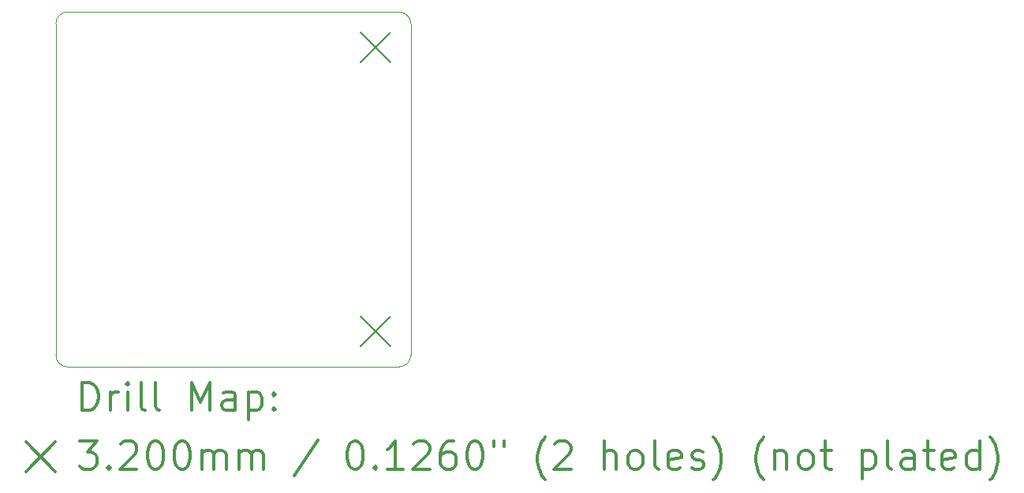
<source format=gbr>
%FSLAX45Y45*%
G04 Gerber Fmt 4.5, Leading zero omitted, Abs format (unit mm)*
G04 Created by KiCad (PCBNEW 5.1.10) date 2021-05-04 22:48:03*
%MOMM*%
%LPD*%
G01*
G04 APERTURE LIST*
%TA.AperFunction,Profile*%
%ADD10C,0.050000*%
%TD*%
%ADD11C,0.200000*%
%ADD12C,0.300000*%
G04 APERTURE END LIST*
D10*
X6350000Y-6223000D02*
G75*
G02*
X6223000Y-6350000I-127000J0D01*
G01*
X2667000Y-6350000D02*
G75*
G02*
X2540000Y-6223000I0J127000D01*
G01*
X2540000Y-2667000D02*
G75*
G02*
X2667000Y-2540000I127000J0D01*
G01*
X6350000Y-2667000D02*
X6350000Y-6223000D01*
X6223000Y-6350000D02*
X2667000Y-6350000D01*
X6223000Y-2540000D02*
G75*
G02*
X6350000Y-2667000I0J-127000D01*
G01*
X2540000Y-6223000D02*
X2540000Y-2667000D01*
X2667000Y-2540000D02*
X6223000Y-2540000D01*
D11*
X5809000Y-2761000D02*
X6129000Y-3081000D01*
X6129000Y-2761000D02*
X5809000Y-3081000D01*
X5809000Y-5809000D02*
X6129000Y-6129000D01*
X6129000Y-5809000D02*
X5809000Y-6129000D01*
D12*
X2823928Y-6818214D02*
X2823928Y-6518214D01*
X2895357Y-6518214D01*
X2938214Y-6532500D01*
X2966786Y-6561071D01*
X2981071Y-6589643D01*
X2995357Y-6646786D01*
X2995357Y-6689643D01*
X2981071Y-6746786D01*
X2966786Y-6775357D01*
X2938214Y-6803929D01*
X2895357Y-6818214D01*
X2823928Y-6818214D01*
X3123928Y-6818214D02*
X3123928Y-6618214D01*
X3123928Y-6675357D02*
X3138214Y-6646786D01*
X3152500Y-6632500D01*
X3181071Y-6618214D01*
X3209643Y-6618214D01*
X3309643Y-6818214D02*
X3309643Y-6618214D01*
X3309643Y-6518214D02*
X3295357Y-6532500D01*
X3309643Y-6546786D01*
X3323928Y-6532500D01*
X3309643Y-6518214D01*
X3309643Y-6546786D01*
X3495357Y-6818214D02*
X3466786Y-6803929D01*
X3452500Y-6775357D01*
X3452500Y-6518214D01*
X3652500Y-6818214D02*
X3623928Y-6803929D01*
X3609643Y-6775357D01*
X3609643Y-6518214D01*
X3995357Y-6818214D02*
X3995357Y-6518214D01*
X4095357Y-6732500D01*
X4195357Y-6518214D01*
X4195357Y-6818214D01*
X4466786Y-6818214D02*
X4466786Y-6661071D01*
X4452500Y-6632500D01*
X4423928Y-6618214D01*
X4366786Y-6618214D01*
X4338214Y-6632500D01*
X4466786Y-6803929D02*
X4438214Y-6818214D01*
X4366786Y-6818214D01*
X4338214Y-6803929D01*
X4323928Y-6775357D01*
X4323928Y-6746786D01*
X4338214Y-6718214D01*
X4366786Y-6703929D01*
X4438214Y-6703929D01*
X4466786Y-6689643D01*
X4609643Y-6618214D02*
X4609643Y-6918214D01*
X4609643Y-6632500D02*
X4638214Y-6618214D01*
X4695357Y-6618214D01*
X4723928Y-6632500D01*
X4738214Y-6646786D01*
X4752500Y-6675357D01*
X4752500Y-6761071D01*
X4738214Y-6789643D01*
X4723928Y-6803929D01*
X4695357Y-6818214D01*
X4638214Y-6818214D01*
X4609643Y-6803929D01*
X4881071Y-6789643D02*
X4895357Y-6803929D01*
X4881071Y-6818214D01*
X4866786Y-6803929D01*
X4881071Y-6789643D01*
X4881071Y-6818214D01*
X4881071Y-6632500D02*
X4895357Y-6646786D01*
X4881071Y-6661071D01*
X4866786Y-6646786D01*
X4881071Y-6632500D01*
X4881071Y-6661071D01*
X2217500Y-7152500D02*
X2537500Y-7472500D01*
X2537500Y-7152500D02*
X2217500Y-7472500D01*
X2795357Y-7148214D02*
X2981071Y-7148214D01*
X2881071Y-7262500D01*
X2923928Y-7262500D01*
X2952500Y-7276786D01*
X2966786Y-7291071D01*
X2981071Y-7319643D01*
X2981071Y-7391071D01*
X2966786Y-7419643D01*
X2952500Y-7433929D01*
X2923928Y-7448214D01*
X2838214Y-7448214D01*
X2809643Y-7433929D01*
X2795357Y-7419643D01*
X3109643Y-7419643D02*
X3123928Y-7433929D01*
X3109643Y-7448214D01*
X3095357Y-7433929D01*
X3109643Y-7419643D01*
X3109643Y-7448214D01*
X3238214Y-7176786D02*
X3252500Y-7162500D01*
X3281071Y-7148214D01*
X3352500Y-7148214D01*
X3381071Y-7162500D01*
X3395357Y-7176786D01*
X3409643Y-7205357D01*
X3409643Y-7233929D01*
X3395357Y-7276786D01*
X3223928Y-7448214D01*
X3409643Y-7448214D01*
X3595357Y-7148214D02*
X3623928Y-7148214D01*
X3652500Y-7162500D01*
X3666786Y-7176786D01*
X3681071Y-7205357D01*
X3695357Y-7262500D01*
X3695357Y-7333929D01*
X3681071Y-7391071D01*
X3666786Y-7419643D01*
X3652500Y-7433929D01*
X3623928Y-7448214D01*
X3595357Y-7448214D01*
X3566786Y-7433929D01*
X3552500Y-7419643D01*
X3538214Y-7391071D01*
X3523928Y-7333929D01*
X3523928Y-7262500D01*
X3538214Y-7205357D01*
X3552500Y-7176786D01*
X3566786Y-7162500D01*
X3595357Y-7148214D01*
X3881071Y-7148214D02*
X3909643Y-7148214D01*
X3938214Y-7162500D01*
X3952500Y-7176786D01*
X3966786Y-7205357D01*
X3981071Y-7262500D01*
X3981071Y-7333929D01*
X3966786Y-7391071D01*
X3952500Y-7419643D01*
X3938214Y-7433929D01*
X3909643Y-7448214D01*
X3881071Y-7448214D01*
X3852500Y-7433929D01*
X3838214Y-7419643D01*
X3823928Y-7391071D01*
X3809643Y-7333929D01*
X3809643Y-7262500D01*
X3823928Y-7205357D01*
X3838214Y-7176786D01*
X3852500Y-7162500D01*
X3881071Y-7148214D01*
X4109643Y-7448214D02*
X4109643Y-7248214D01*
X4109643Y-7276786D02*
X4123928Y-7262500D01*
X4152500Y-7248214D01*
X4195357Y-7248214D01*
X4223928Y-7262500D01*
X4238214Y-7291071D01*
X4238214Y-7448214D01*
X4238214Y-7291071D02*
X4252500Y-7262500D01*
X4281071Y-7248214D01*
X4323928Y-7248214D01*
X4352500Y-7262500D01*
X4366786Y-7291071D01*
X4366786Y-7448214D01*
X4509643Y-7448214D02*
X4509643Y-7248214D01*
X4509643Y-7276786D02*
X4523928Y-7262500D01*
X4552500Y-7248214D01*
X4595357Y-7248214D01*
X4623928Y-7262500D01*
X4638214Y-7291071D01*
X4638214Y-7448214D01*
X4638214Y-7291071D02*
X4652500Y-7262500D01*
X4681071Y-7248214D01*
X4723928Y-7248214D01*
X4752500Y-7262500D01*
X4766786Y-7291071D01*
X4766786Y-7448214D01*
X5352500Y-7133929D02*
X5095357Y-7519643D01*
X5738214Y-7148214D02*
X5766786Y-7148214D01*
X5795357Y-7162500D01*
X5809643Y-7176786D01*
X5823928Y-7205357D01*
X5838214Y-7262500D01*
X5838214Y-7333929D01*
X5823928Y-7391071D01*
X5809643Y-7419643D01*
X5795357Y-7433929D01*
X5766786Y-7448214D01*
X5738214Y-7448214D01*
X5709643Y-7433929D01*
X5695357Y-7419643D01*
X5681071Y-7391071D01*
X5666786Y-7333929D01*
X5666786Y-7262500D01*
X5681071Y-7205357D01*
X5695357Y-7176786D01*
X5709643Y-7162500D01*
X5738214Y-7148214D01*
X5966786Y-7419643D02*
X5981071Y-7433929D01*
X5966786Y-7448214D01*
X5952500Y-7433929D01*
X5966786Y-7419643D01*
X5966786Y-7448214D01*
X6266786Y-7448214D02*
X6095357Y-7448214D01*
X6181071Y-7448214D02*
X6181071Y-7148214D01*
X6152500Y-7191071D01*
X6123928Y-7219643D01*
X6095357Y-7233929D01*
X6381071Y-7176786D02*
X6395357Y-7162500D01*
X6423928Y-7148214D01*
X6495357Y-7148214D01*
X6523928Y-7162500D01*
X6538214Y-7176786D01*
X6552500Y-7205357D01*
X6552500Y-7233929D01*
X6538214Y-7276786D01*
X6366786Y-7448214D01*
X6552500Y-7448214D01*
X6809643Y-7148214D02*
X6752500Y-7148214D01*
X6723928Y-7162500D01*
X6709643Y-7176786D01*
X6681071Y-7219643D01*
X6666786Y-7276786D01*
X6666786Y-7391071D01*
X6681071Y-7419643D01*
X6695357Y-7433929D01*
X6723928Y-7448214D01*
X6781071Y-7448214D01*
X6809643Y-7433929D01*
X6823928Y-7419643D01*
X6838214Y-7391071D01*
X6838214Y-7319643D01*
X6823928Y-7291071D01*
X6809643Y-7276786D01*
X6781071Y-7262500D01*
X6723928Y-7262500D01*
X6695357Y-7276786D01*
X6681071Y-7291071D01*
X6666786Y-7319643D01*
X7023928Y-7148214D02*
X7052500Y-7148214D01*
X7081071Y-7162500D01*
X7095357Y-7176786D01*
X7109643Y-7205357D01*
X7123928Y-7262500D01*
X7123928Y-7333929D01*
X7109643Y-7391071D01*
X7095357Y-7419643D01*
X7081071Y-7433929D01*
X7052500Y-7448214D01*
X7023928Y-7448214D01*
X6995357Y-7433929D01*
X6981071Y-7419643D01*
X6966786Y-7391071D01*
X6952500Y-7333929D01*
X6952500Y-7262500D01*
X6966786Y-7205357D01*
X6981071Y-7176786D01*
X6995357Y-7162500D01*
X7023928Y-7148214D01*
X7238214Y-7148214D02*
X7238214Y-7205357D01*
X7352500Y-7148214D02*
X7352500Y-7205357D01*
X7795357Y-7562500D02*
X7781071Y-7548214D01*
X7752500Y-7505357D01*
X7738214Y-7476786D01*
X7723928Y-7433929D01*
X7709643Y-7362500D01*
X7709643Y-7305357D01*
X7723928Y-7233929D01*
X7738214Y-7191071D01*
X7752500Y-7162500D01*
X7781071Y-7119643D01*
X7795357Y-7105357D01*
X7895357Y-7176786D02*
X7909643Y-7162500D01*
X7938214Y-7148214D01*
X8009643Y-7148214D01*
X8038214Y-7162500D01*
X8052500Y-7176786D01*
X8066786Y-7205357D01*
X8066786Y-7233929D01*
X8052500Y-7276786D01*
X7881071Y-7448214D01*
X8066786Y-7448214D01*
X8423928Y-7448214D02*
X8423928Y-7148214D01*
X8552500Y-7448214D02*
X8552500Y-7291071D01*
X8538214Y-7262500D01*
X8509643Y-7248214D01*
X8466786Y-7248214D01*
X8438214Y-7262500D01*
X8423928Y-7276786D01*
X8738214Y-7448214D02*
X8709643Y-7433929D01*
X8695357Y-7419643D01*
X8681071Y-7391071D01*
X8681071Y-7305357D01*
X8695357Y-7276786D01*
X8709643Y-7262500D01*
X8738214Y-7248214D01*
X8781071Y-7248214D01*
X8809643Y-7262500D01*
X8823928Y-7276786D01*
X8838214Y-7305357D01*
X8838214Y-7391071D01*
X8823928Y-7419643D01*
X8809643Y-7433929D01*
X8781071Y-7448214D01*
X8738214Y-7448214D01*
X9009643Y-7448214D02*
X8981071Y-7433929D01*
X8966786Y-7405357D01*
X8966786Y-7148214D01*
X9238214Y-7433929D02*
X9209643Y-7448214D01*
X9152500Y-7448214D01*
X9123928Y-7433929D01*
X9109643Y-7405357D01*
X9109643Y-7291071D01*
X9123928Y-7262500D01*
X9152500Y-7248214D01*
X9209643Y-7248214D01*
X9238214Y-7262500D01*
X9252500Y-7291071D01*
X9252500Y-7319643D01*
X9109643Y-7348214D01*
X9366786Y-7433929D02*
X9395357Y-7448214D01*
X9452500Y-7448214D01*
X9481071Y-7433929D01*
X9495357Y-7405357D01*
X9495357Y-7391071D01*
X9481071Y-7362500D01*
X9452500Y-7348214D01*
X9409643Y-7348214D01*
X9381071Y-7333929D01*
X9366786Y-7305357D01*
X9366786Y-7291071D01*
X9381071Y-7262500D01*
X9409643Y-7248214D01*
X9452500Y-7248214D01*
X9481071Y-7262500D01*
X9595357Y-7562500D02*
X9609643Y-7548214D01*
X9638214Y-7505357D01*
X9652500Y-7476786D01*
X9666786Y-7433929D01*
X9681071Y-7362500D01*
X9681071Y-7305357D01*
X9666786Y-7233929D01*
X9652500Y-7191071D01*
X9638214Y-7162500D01*
X9609643Y-7119643D01*
X9595357Y-7105357D01*
X10138214Y-7562500D02*
X10123928Y-7548214D01*
X10095357Y-7505357D01*
X10081071Y-7476786D01*
X10066786Y-7433929D01*
X10052500Y-7362500D01*
X10052500Y-7305357D01*
X10066786Y-7233929D01*
X10081071Y-7191071D01*
X10095357Y-7162500D01*
X10123928Y-7119643D01*
X10138214Y-7105357D01*
X10252500Y-7248214D02*
X10252500Y-7448214D01*
X10252500Y-7276786D02*
X10266786Y-7262500D01*
X10295357Y-7248214D01*
X10338214Y-7248214D01*
X10366786Y-7262500D01*
X10381071Y-7291071D01*
X10381071Y-7448214D01*
X10566786Y-7448214D02*
X10538214Y-7433929D01*
X10523928Y-7419643D01*
X10509643Y-7391071D01*
X10509643Y-7305357D01*
X10523928Y-7276786D01*
X10538214Y-7262500D01*
X10566786Y-7248214D01*
X10609643Y-7248214D01*
X10638214Y-7262500D01*
X10652500Y-7276786D01*
X10666786Y-7305357D01*
X10666786Y-7391071D01*
X10652500Y-7419643D01*
X10638214Y-7433929D01*
X10609643Y-7448214D01*
X10566786Y-7448214D01*
X10752500Y-7248214D02*
X10866786Y-7248214D01*
X10795357Y-7148214D02*
X10795357Y-7405357D01*
X10809643Y-7433929D01*
X10838214Y-7448214D01*
X10866786Y-7448214D01*
X11195357Y-7248214D02*
X11195357Y-7548214D01*
X11195357Y-7262500D02*
X11223928Y-7248214D01*
X11281071Y-7248214D01*
X11309643Y-7262500D01*
X11323928Y-7276786D01*
X11338214Y-7305357D01*
X11338214Y-7391071D01*
X11323928Y-7419643D01*
X11309643Y-7433929D01*
X11281071Y-7448214D01*
X11223928Y-7448214D01*
X11195357Y-7433929D01*
X11509643Y-7448214D02*
X11481071Y-7433929D01*
X11466786Y-7405357D01*
X11466786Y-7148214D01*
X11752500Y-7448214D02*
X11752500Y-7291071D01*
X11738214Y-7262500D01*
X11709643Y-7248214D01*
X11652500Y-7248214D01*
X11623928Y-7262500D01*
X11752500Y-7433929D02*
X11723928Y-7448214D01*
X11652500Y-7448214D01*
X11623928Y-7433929D01*
X11609643Y-7405357D01*
X11609643Y-7376786D01*
X11623928Y-7348214D01*
X11652500Y-7333929D01*
X11723928Y-7333929D01*
X11752500Y-7319643D01*
X11852500Y-7248214D02*
X11966786Y-7248214D01*
X11895357Y-7148214D02*
X11895357Y-7405357D01*
X11909643Y-7433929D01*
X11938214Y-7448214D01*
X11966786Y-7448214D01*
X12181071Y-7433929D02*
X12152500Y-7448214D01*
X12095357Y-7448214D01*
X12066786Y-7433929D01*
X12052500Y-7405357D01*
X12052500Y-7291071D01*
X12066786Y-7262500D01*
X12095357Y-7248214D01*
X12152500Y-7248214D01*
X12181071Y-7262500D01*
X12195357Y-7291071D01*
X12195357Y-7319643D01*
X12052500Y-7348214D01*
X12452500Y-7448214D02*
X12452500Y-7148214D01*
X12452500Y-7433929D02*
X12423928Y-7448214D01*
X12366786Y-7448214D01*
X12338214Y-7433929D01*
X12323928Y-7419643D01*
X12309643Y-7391071D01*
X12309643Y-7305357D01*
X12323928Y-7276786D01*
X12338214Y-7262500D01*
X12366786Y-7248214D01*
X12423928Y-7248214D01*
X12452500Y-7262500D01*
X12566786Y-7562500D02*
X12581071Y-7548214D01*
X12609643Y-7505357D01*
X12623928Y-7476786D01*
X12638214Y-7433929D01*
X12652500Y-7362500D01*
X12652500Y-7305357D01*
X12638214Y-7233929D01*
X12623928Y-7191071D01*
X12609643Y-7162500D01*
X12581071Y-7119643D01*
X12566786Y-7105357D01*
M02*

</source>
